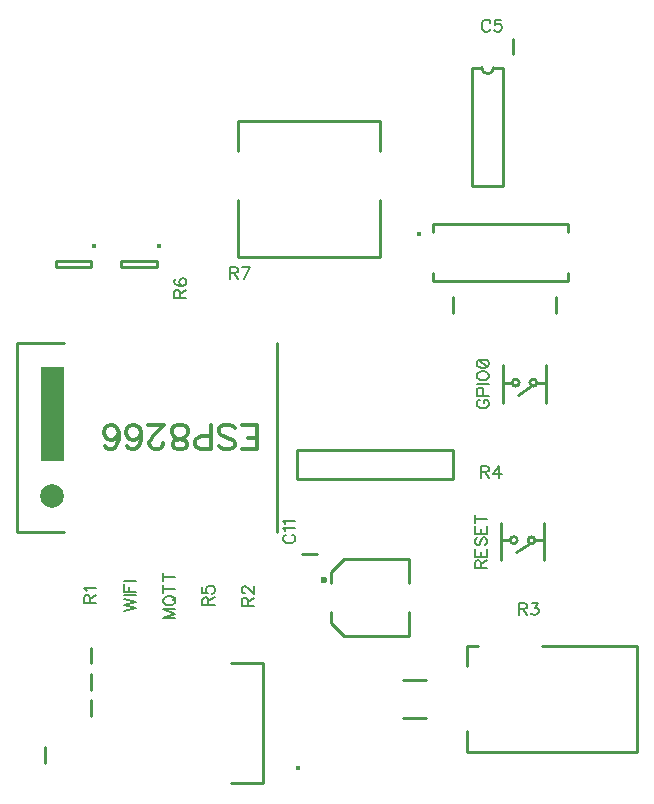
<source format=gbr>
G04 DipTrace 3.3.1.3*
G04 TopSilk.gbr*
%MOIN*%
G04 #@! TF.FileFunction,Legend,Top*
G04 #@! TF.Part,Single*
%ADD10C,0.009843*%
%ADD19C,0.015413*%
%ADD22C,0.015404*%
%ADD27C,0.023606*%
%ADD29C,0.015416*%
%ADD37C,0.078732*%
%ADD89C,0.006176*%
%ADD90C,0.012351*%
%FSLAX26Y26*%
G04*
G70*
G90*
G75*
G01*
G04 TopSilk*
%LPD*%
X1918015Y3127315D2*
D10*
Y2733646D1*
X2020392Y3127315D2*
Y2733646D1*
X1918015D2*
X2020392D1*
X1918015Y3127315D2*
X1949509D1*
X1988898D2*
X2020392D1*
X1949509D2*
G03X1988898Y3127315I19694J11D01*
G01*
D19*
X1738894Y2573178D3*
X1787999Y2578609D2*
D10*
Y2608125D1*
X2236818Y2415211D2*
Y2444727D1*
X1787999Y2415211D2*
X2236818D1*
X1787999D2*
Y2444727D1*
X2236818Y2578609D2*
Y2608125D1*
X1787999D2*
X2236818D1*
X1852798Y2311079D2*
Y2362220D1*
X2197840D2*
Y2311079D1*
X2054075Y3224811D2*
Y3173669D1*
D22*
X656123Y2532628D3*
X646922Y2482486D2*
D10*
X528818D1*
Y2462800D1*
X646922D1*
Y2482486D1*
X1611545Y2950129D2*
Y2849934D1*
Y2686353D2*
Y2497373D1*
X1137575D1*
Y2686308D1*
Y2849934D2*
Y2950129D1*
X1611545D1*
X1707975Y1491469D2*
X1708007Y1410761D1*
X1707975Y1491469D2*
X1491469D1*
X1448175Y1448153D2*
X1491469Y1491469D1*
X1448175Y1448153D2*
Y1410761D1*
X1708007Y1312333D2*
X1707975Y1231626D1*
X1491469D1*
X1448175Y1274942D2*
X1491469Y1231626D1*
X1448175Y1312333D2*
Y1274942D1*
D27*
X1424520Y1418622D3*
X647677Y1105839D2*
D10*
Y1054697D1*
Y1193348D2*
Y1142206D1*
Y1018329D2*
Y967188D1*
X494134Y810921D2*
Y862063D1*
X1219321Y741969D2*
Y1143517D1*
Y741969D2*
X1113008D1*
X1219321Y1143517D2*
X1113008D1*
D29*
X1338133Y794072D3*
X1687341Y961018D2*
D10*
X1762339D1*
X1687341Y1087006D2*
X1762339D1*
X2466085Y846846D2*
Y1201196D1*
X2151135D1*
X1938506D2*
X1899151D1*
Y1132286D1*
Y915757D2*
Y846846D1*
X2466085D1*
X1400924Y1507707D2*
X1349782D1*
X400432Y1580320D2*
X557896D1*
X400432Y2210241D2*
X557896D1*
X400432Y1580320D2*
Y2210241D1*
X1266573D2*
Y1580320D1*
D37*
X518530Y1698430D3*
G36*
X479164Y1816541D2*
X557896D1*
Y2131501D1*
X479164D1*
Y1816541D1*
G37*
X2012920Y1485438D2*
D10*
Y1611391D1*
X2158589Y1485438D2*
Y1611391D1*
X2012920Y1552342D2*
X2044416D1*
X2154652D2*
X2131030D1*
X2103471D2*
G02X2103471Y1552342I11811J0D01*
G01*
X2044416D2*
G02X2044416Y1552342I11811J0D01*
G01*
X2107408Y1540526D2*
X2064101Y1512965D1*
X2019171Y2010493D2*
Y2136446D1*
X2164840Y2010493D2*
Y2136446D1*
X2019171Y2077397D2*
X2050667D1*
X2160903D2*
X2137281D1*
X2109722D2*
G02X2109722Y2077397I11811J0D01*
G01*
X2050667D2*
G02X2050667Y2077397I11811J0D01*
G01*
X2113659Y2065581D2*
X2070352Y2038020D1*
D22*
X874896Y2532628D3*
X865695Y2482486D2*
D10*
X747591D1*
Y2462800D1*
X865695D1*
Y2482486D1*
X1334304Y1854556D2*
X1853990D1*
Y1756131D1*
X1334304D1*
Y1854556D1*
X1977973Y3277796D2*
D89*
X1976072Y3281598D1*
X1972225Y3285445D1*
X1968423Y3287346D1*
X1960773D1*
X1956926Y3285445D1*
X1953124Y3281598D1*
X1951178Y3277796D1*
X1949277Y3272048D1*
Y3262453D1*
X1951178Y3256749D1*
X1953124Y3252902D1*
X1956926Y3249100D1*
X1960773Y3247154D1*
X1968423D1*
X1972225Y3249100D1*
X1976072Y3252902D1*
X1977973Y3256749D1*
X2013272Y3287302D2*
X1994171D1*
X1992270Y3270102D1*
X1994171Y3272003D1*
X1999919Y3273949D1*
X2005623D1*
X2011371Y3272003D1*
X2015218Y3268201D1*
X2017119Y3262453D1*
Y3258650D1*
X2015218Y3252902D1*
X2011371Y3249055D1*
X2005623Y3247154D1*
X1999919D1*
X1994171Y3249055D1*
X1992270Y3251001D1*
X1990324Y3254803D1*
X1296798Y1570986D2*
X1292995Y1569085D1*
X1289148Y1565238D1*
X1287247Y1561435D1*
Y1553786D1*
X1289148Y1549939D1*
X1292995Y1546137D1*
X1296798Y1544191D1*
X1302546Y1542290D1*
X1312140D1*
X1317844Y1544191D1*
X1321691Y1546137D1*
X1325494Y1549939D1*
X1327439Y1553786D1*
Y1561435D1*
X1325494Y1565238D1*
X1321691Y1569085D1*
X1317844Y1570986D1*
X1294941Y1583337D2*
X1292995Y1587184D1*
X1287291Y1592932D1*
X1327439D1*
X1294941Y1605283D2*
X1292995Y1609130D1*
X1287291Y1614878D1*
X1327439D1*
X1945928Y1458671D2*
Y1475871D1*
X1943982Y1481619D1*
X1942081Y1483564D1*
X1938279Y1485465D1*
X1934432D1*
X1930629Y1483564D1*
X1928684Y1481619D1*
X1926782Y1475871D1*
Y1458671D1*
X1966974D1*
X1945928Y1472068D2*
X1966974Y1485465D1*
X1926782Y1522666D2*
Y1497817D1*
X1966974D1*
Y1522666D1*
X1945928Y1497817D2*
Y1513115D1*
X1932531Y1561812D2*
X1928684Y1558010D1*
X1926782Y1552261D1*
Y1544612D1*
X1928684Y1538864D1*
X1932531Y1535017D1*
X1936333D1*
X1940180Y1536963D1*
X1942081Y1538864D1*
X1943982Y1542667D1*
X1947829Y1554163D1*
X1949730Y1558010D1*
X1951676Y1559911D1*
X1955478Y1561812D1*
X1961226D1*
X1965029Y1558009D1*
X1966974Y1552261D1*
Y1544612D1*
X1965029Y1538864D1*
X1961226Y1535017D1*
X1926782Y1599013D2*
Y1574163D1*
X1966974D1*
Y1599013D1*
X1945928Y1574163D2*
Y1589462D1*
X1926782Y1624761D2*
X1966974D1*
X1926782Y1611364D2*
Y1638159D1*
X1168878Y1334725D2*
Y1351925D1*
X1166932Y1357673D1*
X1165031Y1359619D1*
X1161229Y1361520D1*
X1157382D1*
X1153579Y1359619D1*
X1151634Y1357673D1*
X1149733Y1351925D1*
Y1334725D1*
X1189925D1*
X1168878Y1348123D2*
X1189925Y1361520D1*
X1159327Y1375817D2*
X1157426D1*
X1153579Y1377718D1*
X1151678Y1379619D1*
X1149777Y1383466D1*
Y1391115D1*
X1151678Y1394918D1*
X1153579Y1396819D1*
X1157426Y1398765D1*
X1161229D1*
X1165075Y1396819D1*
X1170779Y1393017D1*
X1189925Y1373871D1*
Y1400666D1*
X1111006Y2443114D2*
X1128206D1*
X1133954Y2445060D1*
X1135899Y2446961D1*
X1137801Y2450764D1*
Y2454610D1*
X1135899Y2458413D1*
X1133954Y2460358D1*
X1128206Y2462260D1*
X1111006D1*
Y2422068D1*
X1124403Y2443114D2*
X1137801Y2422068D1*
X1157801D2*
X1176947Y2462215D1*
X1150152D1*
X943854Y2361010D2*
Y2378210D1*
X941909Y2383958D1*
X940008Y2385904D1*
X936205Y2387805D1*
X932358D1*
X928556Y2385904D1*
X926610Y2383958D1*
X924709Y2378210D1*
Y2361010D1*
X964901D1*
X943854Y2374408D2*
X964901Y2387805D1*
X930457Y2423104D2*
X926654Y2421203D1*
X924753Y2415455D1*
Y2411652D1*
X926654Y2405904D1*
X932403Y2402058D1*
X941953Y2400156D1*
X951504D1*
X959153Y2402058D1*
X963000Y2405904D1*
X964901Y2411652D1*
Y2413554D1*
X963000Y2419257D1*
X959153Y2423104D1*
X953405Y2425006D1*
X951504D1*
X945756Y2423104D1*
X941953Y2419258D1*
X940052Y2413554D1*
Y2411652D1*
X941953Y2405904D1*
X945756Y2402058D1*
X951504Y2400156D1*
X2073812Y1324247D2*
X2091012D1*
X2096760Y1326192D1*
X2098705Y1328094D1*
X2100606Y1331896D1*
Y1335743D1*
X2098705Y1339545D1*
X2096760Y1341491D1*
X2091012Y1343392D1*
X2073812D1*
Y1303200D1*
X2087209Y1324247D2*
X2100606Y1303200D1*
X2116805Y1343348D2*
X2137807D1*
X2126355Y1328049D1*
X2132103D1*
X2135906Y1326148D1*
X2137807Y1324247D1*
X2139753Y1318499D1*
Y1314696D1*
X2137807Y1308948D1*
X2134004Y1305101D1*
X2128256Y1303200D1*
X2122508D1*
X2116805Y1305101D1*
X2114903Y1307047D1*
X2112958Y1310849D1*
X1947848Y1780545D2*
X1965048D1*
X1970796Y1782490D1*
X1972741Y1784391D1*
X1974643Y1788194D1*
Y1792041D1*
X1972741Y1795843D1*
X1970796Y1797789D1*
X1965048Y1799690D1*
X1947848D1*
Y1759498D1*
X1961245Y1780545D2*
X1974643Y1759498D1*
X2006139D2*
Y1799646D1*
X1986994Y1772895D1*
X2015690D1*
X1942584Y2021022D2*
X1938781Y2019121D1*
X1934934Y2015274D1*
X1933033Y2011471D1*
Y2003822D1*
X1934934Y1999975D1*
X1938781Y1996173D1*
X1942584Y1994227D1*
X1948332Y1992326D1*
X1957926D1*
X1963630Y1994227D1*
X1967477Y1996173D1*
X1971280Y1999975D1*
X1973225Y2003822D1*
Y2011471D1*
X1971280Y2015274D1*
X1967477Y2019120D1*
X1963630Y2021022D1*
X1957927D1*
Y2011471D1*
X1954080Y2033373D2*
Y2050617D1*
X1952179Y2056321D1*
X1950233Y2058267D1*
X1946430Y2060168D1*
X1940682D1*
X1936880Y2058267D1*
X1934934Y2056321D1*
X1933033Y2050617D1*
Y2033373D1*
X1973225D1*
X1933033Y2072519D2*
X1973225D1*
X1933033Y2096367D2*
X1934934Y2092520D1*
X1938781Y2088717D1*
X1942584Y2086772D1*
X1948332Y2084871D1*
X1957927D1*
X1963630Y2086772D1*
X1967477Y2088717D1*
X1971280Y2092520D1*
X1973225Y2096367D1*
Y2104016D1*
X1971280Y2107818D1*
X1967477Y2111665D1*
X1963630Y2113567D1*
X1957927Y2115468D1*
X1948332D1*
X1942584Y2113567D1*
X1938781Y2111665D1*
X1934934Y2107819D1*
X1933033Y2104016D1*
Y2096367D1*
X1933077Y2139315D2*
X1934979Y2133567D1*
X1940727Y2129720D1*
X1950277Y2127819D1*
X1956025D1*
X1965576Y2129720D1*
X1971324Y2133567D1*
X1973225Y2139315D1*
Y2143118D1*
X1971324Y2148866D1*
X1965576Y2152668D1*
X1956025Y2154614D1*
X1950277D1*
X1940727Y2152668D1*
X1934979Y2148866D1*
X1933077Y2143118D1*
Y2139315D1*
X1940727Y2152668D2*
X1965576Y2129720D1*
X927397Y1322556D2*
X887205D1*
X927397Y1307258D1*
X887205Y1291959D1*
X927397D1*
X887205Y1346404D2*
X889062Y1342601D1*
X892909Y1338755D1*
X896756Y1336853D1*
X902504Y1334908D1*
X912054D1*
X917802Y1336853D1*
X921605Y1338755D1*
X925452Y1342601D1*
X927353Y1346404D1*
Y1354053D1*
X925452Y1357900D1*
X921605Y1361702D1*
X917802Y1363604D1*
X912054Y1365549D1*
X902504D1*
X896756Y1363604D1*
X892909Y1361703D1*
X889062Y1357900D1*
X887205Y1354053D1*
Y1346404D1*
X919704Y1352152D2*
X931200Y1363604D1*
X887205Y1391298D2*
X927397D1*
X887205Y1377901D2*
Y1404695D1*
Y1430444D2*
X927397D1*
X887205Y1417047D2*
Y1443841D1*
X643823Y1343530D2*
Y1360730D1*
X641877Y1366478D1*
X639976Y1368423D1*
X636174Y1370325D1*
X632327D1*
X628524Y1368423D1*
X626579Y1366478D1*
X624677Y1360730D1*
Y1343530D1*
X664869D1*
X643823Y1356927D2*
X664870Y1370325D1*
X632371Y1382676D2*
X630426Y1386523D1*
X624722Y1392271D1*
X664869D1*
X1037614Y1334930D2*
Y1352130D1*
X1035669Y1357878D1*
X1033767Y1359823D1*
X1029965Y1361725D1*
X1026118D1*
X1022316Y1359823D1*
X1020370Y1357878D1*
X1018469Y1352130D1*
Y1334930D1*
X1058661D1*
X1037614Y1348327D2*
X1058661Y1361725D1*
X1018513Y1397024D2*
Y1377923D1*
X1035713Y1376022D1*
X1033812Y1377923D1*
X1031866Y1383671D1*
Y1389375D1*
X1033812Y1395123D1*
X1037614Y1398969D1*
X1043362Y1400871D1*
X1047165D1*
X1052913Y1398969D1*
X1056760Y1395123D1*
X1058661Y1389375D1*
Y1383671D1*
X1056760Y1377923D1*
X1054814Y1376021D1*
X1051012Y1374076D1*
X755941Y1317781D2*
X796133Y1327376D1*
X755941Y1336927D1*
X796133Y1346477D1*
X755941Y1356072D1*
Y1368423D2*
X796133D1*
X755941Y1405668D2*
Y1380775D1*
X796133D1*
X775087D2*
Y1396073D1*
X755941Y1418019D2*
X796133D1*
X1151109Y1856352D2*
D90*
X1200807D1*
Y1936736D1*
X1151109D1*
X1200807Y1894642D2*
X1170210Y1894643D1*
X1072817Y1867848D2*
X1080422Y1860154D1*
X1091918Y1856352D1*
X1107216D1*
X1118712Y1860154D1*
X1126406Y1867848D1*
Y1875453D1*
X1122515Y1883146D1*
X1118712Y1886949D1*
X1111107Y1890752D1*
X1088115Y1898445D1*
X1080422Y1902248D1*
X1076619Y1906139D1*
X1072817Y1913744D1*
Y1925240D1*
X1080422Y1932845D1*
X1091918Y1936736D1*
X1107216D1*
X1118713Y1932845D1*
X1126406Y1925240D1*
X1048114Y1898445D2*
X1013626D1*
X1002218Y1894643D1*
X998327Y1890752D1*
X994525Y1883146D1*
Y1871650D1*
X998327Y1864045D1*
X1002218Y1860154D1*
X1013626Y1856352D1*
X1048114D1*
Y1936736D1*
X950721Y1856440D2*
X962128Y1860243D1*
X966019Y1867848D1*
Y1875541D1*
X962128Y1883146D1*
X954523Y1887037D1*
X939225Y1890840D1*
X927729Y1894643D1*
X920123Y1902336D1*
X916321Y1909941D1*
Y1921437D1*
X920123Y1929042D1*
X923926Y1932933D1*
X935422Y1936736D1*
X950721D1*
X962128Y1932933D1*
X966019Y1929042D1*
X969822Y1921437D1*
Y1909941D1*
X966019Y1902336D1*
X958326Y1894643D1*
X946918Y1890840D1*
X931620Y1887037D1*
X923926Y1883146D1*
X920123Y1875541D1*
Y1867848D1*
X923926Y1860243D1*
X935422Y1856440D1*
X950721D1*
X887727Y1875541D2*
Y1871739D1*
X883925Y1864045D1*
X880122Y1860243D1*
X872429Y1856440D1*
X857130D1*
X849525Y1860243D1*
X845722Y1864045D1*
X841831Y1871739D1*
Y1879344D1*
X845722Y1887037D1*
X853327Y1898445D1*
X891618Y1936736D1*
X838029D1*
X767430Y1867848D2*
X771233Y1860243D1*
X782729Y1856440D1*
X790334D1*
X801830Y1860243D1*
X809523Y1871739D1*
X813326Y1890840D1*
Y1909941D1*
X809523Y1925240D1*
X801830Y1932933D1*
X790334Y1936736D1*
X786531D1*
X775124Y1932933D1*
X767430Y1925240D1*
X763628Y1913744D1*
Y1909941D1*
X767430Y1898445D1*
X775124Y1890840D1*
X786531Y1887037D1*
X790334D1*
X801830Y1890840D1*
X809523Y1898445D1*
X813326Y1909941D1*
X693029Y1867848D2*
X696832Y1860243D1*
X708328Y1856440D1*
X715933D1*
X727429Y1860243D1*
X735122Y1871739D1*
X738925Y1890840D1*
Y1909941D1*
X735122Y1925240D1*
X727429Y1932933D1*
X715933Y1936736D1*
X712130D1*
X700723Y1932933D1*
X693029Y1925240D1*
X689226Y1913744D1*
Y1909941D1*
X693029Y1898445D1*
X700723Y1890840D1*
X712130Y1887037D1*
X715933D1*
X727429Y1890840D1*
X735122Y1898445D1*
X738925Y1909941D1*
M02*

</source>
